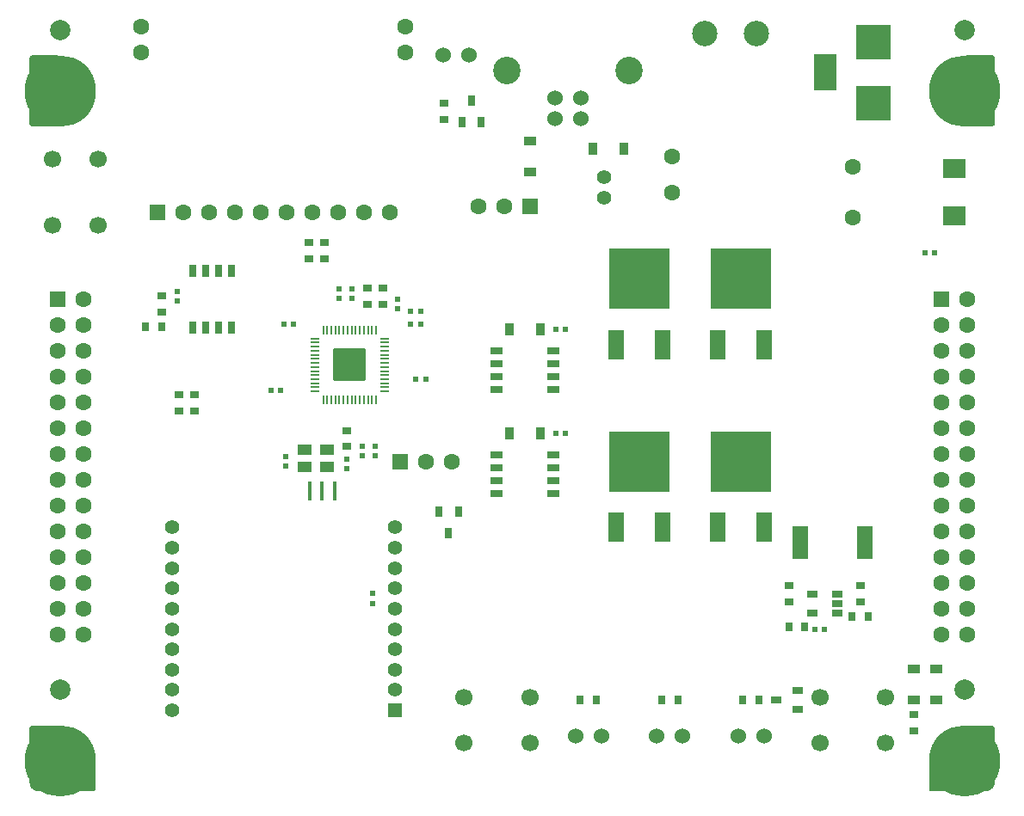
<source format=gts>
G04 #@! TF.GenerationSoftware,KiCad,Pcbnew,(6.0.7)*
G04 #@! TF.CreationDate,2022-09-01T11:58:41+09:00*
G04 #@! TF.ProjectId,RP2040CommandStation,52503230-3430-4436-9f6d-6d616e645374,rev?*
G04 #@! TF.SameCoordinates,PX6cb8080PY8d24d00*
G04 #@! TF.FileFunction,Soldermask,Top*
G04 #@! TF.FilePolarity,Negative*
%FSLAX46Y46*%
G04 Gerber Fmt 4.6, Leading zero omitted, Abs format (unit mm)*
G04 Created by KiCad (PCBNEW (6.0.7)) date 2022-09-01 11:58:41*
%MOMM*%
%LPD*%
G01*
G04 APERTURE LIST*
G04 Aperture macros list*
%AMRoundRect*
0 Rectangle with rounded corners*
0 $1 Rounding radius*
0 $2 $3 $4 $5 $6 $7 $8 $9 X,Y pos of 4 corners*
0 Add a 4 corners polygon primitive as box body*
4,1,4,$2,$3,$4,$5,$6,$7,$8,$9,$2,$3,0*
0 Add four circle primitives for the rounded corners*
1,1,$1+$1,$2,$3*
1,1,$1+$1,$4,$5*
1,1,$1+$1,$6,$7*
1,1,$1+$1,$8,$9*
0 Add four rect primitives between the rounded corners*
20,1,$1+$1,$2,$3,$4,$5,0*
20,1,$1+$1,$4,$5,$6,$7,0*
20,1,$1+$1,$6,$7,$8,$9,0*
20,1,$1+$1,$8,$9,$2,$3,0*%
G04 Aperture macros list end*
%ADD10C,1.600000*%
%ADD11R,0.550000X0.500000*%
%ADD12C,1.400000*%
%ADD13R,1.600000X1.600000*%
%ADD14R,2.200000X1.850000*%
%ADD15R,1.200000X0.850000*%
%ADD16C,1.524000*%
%ADD17C,7.000000*%
%ADD18R,3.500120X3.500120*%
%ADD19R,2.200000X3.600000*%
%ADD20C,2.500000*%
%ADD21C,2.700000*%
%ADD22R,1.000000X0.800000*%
%ADD23R,0.800000X1.000000*%
%ADD24R,1.500000X3.200000*%
%ADD25R,0.700000X0.900000*%
%ADD26R,0.900000X0.700000*%
%ADD27C,1.700000*%
%ADD28R,1.400000X1.400000*%
%ADD29R,1.000000X0.700000*%
%ADD30R,1.400000X1.100000*%
%ADD31R,0.800000X1.300000*%
%ADD32R,0.500000X0.550000*%
%ADD33RoundRect,0.050000X-0.387500X-0.050000X0.387500X-0.050000X0.387500X0.050000X-0.387500X0.050000X0*%
%ADD34RoundRect,0.050000X-0.050000X-0.387500X0.050000X-0.387500X0.050000X0.387500X-0.050000X0.387500X0*%
%ADD35RoundRect,0.144000X-1.456000X-1.456000X1.456000X-1.456000X1.456000X1.456000X-1.456000X1.456000X0*%
%ADD36R,0.850000X1.200000*%
%ADD37R,0.400000X1.900000*%
%ADD38C,2.000000*%
%ADD39R,1.600000X3.000000*%
%ADD40R,6.000000X6.000000*%
%ADD41R,1.300000X0.800000*%
G04 APERTURE END LIST*
D10*
X81000000Y61500000D03*
X81000000Y56500000D03*
D11*
X89075000Y53000000D03*
X88125000Y53000000D03*
D12*
X56500000Y58500000D03*
X56500000Y60500000D03*
D11*
X77275000Y16000000D03*
X78225000Y16000000D03*
D13*
X12570000Y57000000D03*
D10*
X15110000Y57000000D03*
X17650000Y57000000D03*
X20190000Y57000000D03*
X22730000Y57000000D03*
X25270000Y57000000D03*
X27810000Y57000000D03*
X30350000Y57000000D03*
X32890000Y57000000D03*
X35430000Y57000000D03*
X37000000Y72730000D03*
X37000000Y75270000D03*
X11000000Y75270000D03*
X11000000Y72730000D03*
D14*
X91000000Y56675000D03*
X91000000Y61325000D03*
D15*
X89250000Y8975000D03*
X89250000Y12025000D03*
X87000000Y8975000D03*
X87000000Y12025000D03*
D16*
X64270000Y5500000D03*
X61730000Y5500000D03*
X43270000Y72500000D03*
X40730000Y72500000D03*
D17*
X92000000Y69000000D03*
X92000000Y3000000D03*
X3000000Y69000000D03*
X3000000Y3000000D03*
D18*
X83000000Y67799860D03*
X83000000Y73799340D03*
D19*
X78301000Y70799600D03*
D20*
X71540000Y74600000D03*
X66460000Y74600000D03*
D16*
X51750000Y66290000D03*
X54250000Y66290000D03*
X54250000Y68290000D03*
X51750000Y68290000D03*
D21*
X46980000Y71000000D03*
X59020000Y71000000D03*
D13*
X2730000Y48510000D03*
D10*
X5270000Y48510000D03*
X2730000Y45970000D03*
X5270000Y45970000D03*
X2730000Y43430000D03*
X5270000Y43430000D03*
X2730000Y40890000D03*
X5270000Y40890000D03*
X2730000Y38350000D03*
X5270000Y38350000D03*
X2730000Y35810000D03*
X5270000Y35810000D03*
X2730000Y33270000D03*
X5270000Y33270000D03*
X2730000Y30730000D03*
X5270000Y30730000D03*
X2730000Y28190000D03*
X5270000Y28190000D03*
X2730000Y25650000D03*
X5270000Y25650000D03*
X2730000Y23110000D03*
X5270000Y23110000D03*
X2730000Y20570000D03*
X5270000Y20570000D03*
X2730000Y18030000D03*
X5270000Y18030000D03*
X2730000Y15490000D03*
X5270000Y15490000D03*
D13*
X89730000Y48510000D03*
D10*
X92270000Y48510000D03*
X89730000Y45970000D03*
X92270000Y45970000D03*
X89730000Y43430000D03*
X92270000Y43430000D03*
X89730000Y40890000D03*
X92270000Y40890000D03*
X89730000Y38350000D03*
X92270000Y38350000D03*
X89730000Y35810000D03*
X92270000Y35810000D03*
X89730000Y33270000D03*
X92270000Y33270000D03*
X89730000Y30730000D03*
X92270000Y30730000D03*
X89730000Y28190000D03*
X92270000Y28190000D03*
X89730000Y25650000D03*
X92270000Y25650000D03*
X89730000Y23110000D03*
X92270000Y23110000D03*
X89730000Y20570000D03*
X92270000Y20570000D03*
X89730000Y18030000D03*
X92270000Y18030000D03*
X89730000Y15490000D03*
X92270000Y15490000D03*
D22*
X75550000Y8050000D03*
X75550000Y9950000D03*
X73450000Y9000000D03*
D23*
X42200000Y27550000D03*
X40300000Y27550000D03*
X41250000Y25450000D03*
X42550000Y65950000D03*
X44450000Y65950000D03*
X43500000Y68050000D03*
D24*
X75800000Y24500000D03*
X82200000Y24500000D03*
D25*
X74700000Y16250000D03*
X76300000Y16250000D03*
X80950000Y17250000D03*
X82550000Y17250000D03*
D26*
X27500000Y54050000D03*
X27500000Y52450000D03*
X29000000Y52450000D03*
X29000000Y54050000D03*
X14750000Y39050000D03*
X14750000Y37450000D03*
X16250000Y39050000D03*
X16250000Y37450000D03*
D25*
X63800000Y9000000D03*
X62200000Y9000000D03*
X71800000Y9000000D03*
X70200000Y9000000D03*
D26*
X87000000Y7550000D03*
X87000000Y5950000D03*
X40750000Y66200000D03*
X40750000Y67800000D03*
D27*
X2250000Y55750000D03*
X2250000Y62250000D03*
X6750000Y55750000D03*
X6750000Y62250000D03*
X84250000Y4750000D03*
X77750000Y4750000D03*
X84250000Y9250000D03*
X77750000Y9250000D03*
D28*
X36000000Y8000000D03*
D12*
X36000000Y10000000D03*
X36000000Y12000000D03*
X36000000Y14000000D03*
X36000000Y16000000D03*
X36000000Y18000000D03*
X36000000Y20000000D03*
X36000000Y22000000D03*
X36000000Y24000000D03*
X36000000Y26000000D03*
X14000000Y26000000D03*
X14000000Y24000000D03*
X14000000Y22000000D03*
X14000000Y20000000D03*
X14000000Y18000000D03*
X14000000Y16000000D03*
X14000000Y14000000D03*
X14000000Y12000000D03*
X14000000Y10000000D03*
X14000000Y8000000D03*
D29*
X79450000Y17550000D03*
X79450000Y18500000D03*
X79450000Y19450000D03*
X77050000Y19450000D03*
X77050000Y17550000D03*
D26*
X81750000Y20300000D03*
X81750000Y18700000D03*
D27*
X49250000Y4750000D03*
X42750000Y4750000D03*
X49250000Y9250000D03*
X42750000Y9250000D03*
D13*
X49290000Y57625000D03*
D10*
X46750000Y57625000D03*
X44210000Y57625000D03*
D26*
X31250000Y35550000D03*
X31250000Y33950000D03*
X34750000Y49550000D03*
X34750000Y47950000D03*
X33250000Y49550000D03*
X33250000Y47950000D03*
D25*
X13050000Y45750000D03*
X11450000Y45750000D03*
D26*
X13000000Y48800000D03*
X13000000Y47200000D03*
D30*
X27100000Y31950000D03*
X29300000Y31950000D03*
X29300000Y33650000D03*
X27100000Y33650000D03*
D13*
X36460000Y32500000D03*
D10*
X39000000Y32500000D03*
X41540000Y32500000D03*
D31*
X16095000Y45700000D03*
X17365000Y45700000D03*
X18635000Y45700000D03*
X19905000Y45700000D03*
X19905000Y51300000D03*
X18635000Y51300000D03*
X17365000Y51300000D03*
X16095000Y51300000D03*
D32*
X14500000Y49225000D03*
X14500000Y48275000D03*
D33*
X28062500Y44600000D03*
X28062500Y44200000D03*
X28062500Y43800000D03*
X28062500Y43400000D03*
X28062500Y43000000D03*
X28062500Y42600000D03*
X28062500Y42200000D03*
X28062500Y41800000D03*
X28062500Y41400000D03*
X28062500Y41000000D03*
X28062500Y40600000D03*
X28062500Y40200000D03*
X28062500Y39800000D03*
X28062500Y39400000D03*
D34*
X28900000Y38562500D03*
X29300000Y38562500D03*
X29700000Y38562500D03*
X30100000Y38562500D03*
X30500000Y38562500D03*
X30900000Y38562500D03*
X31300000Y38562500D03*
X31700000Y38562500D03*
X32100000Y38562500D03*
X32500000Y38562500D03*
X32900000Y38562500D03*
X33300000Y38562500D03*
X33700000Y38562500D03*
X34100000Y38562500D03*
D33*
X34937500Y39400000D03*
X34937500Y39800000D03*
X34937500Y40200000D03*
X34937500Y40600000D03*
X34937500Y41000000D03*
X34937500Y41400000D03*
X34937500Y41800000D03*
X34937500Y42200000D03*
X34937500Y42600000D03*
X34937500Y43000000D03*
X34937500Y43400000D03*
X34937500Y43800000D03*
X34937500Y44200000D03*
X34937500Y44600000D03*
D34*
X34100000Y45437500D03*
X33700000Y45437500D03*
X33300000Y45437500D03*
X32900000Y45437500D03*
X32500000Y45437500D03*
X32100000Y45437500D03*
X31700000Y45437500D03*
X31300000Y45437500D03*
X30900000Y45437500D03*
X30500000Y45437500D03*
X30100000Y45437500D03*
X29700000Y45437500D03*
X29300000Y45437500D03*
X28900000Y45437500D03*
D35*
X31500000Y42000000D03*
D11*
X38025000Y40600000D03*
X38975000Y40600000D03*
D32*
X30500000Y48525000D03*
X30500000Y49475000D03*
D11*
X24725000Y39500000D03*
X23775000Y39500000D03*
D32*
X31750000Y48525000D03*
X31750000Y49475000D03*
D11*
X25975000Y46000000D03*
X25025000Y46000000D03*
D32*
X33750000Y18525000D03*
X33750000Y19475000D03*
X36250000Y47525000D03*
X36250000Y48475000D03*
D11*
X37525000Y47250000D03*
X38475000Y47250000D03*
D32*
X34000000Y33975000D03*
X34000000Y33025000D03*
X31250000Y32725000D03*
X31250000Y31775000D03*
X25250000Y32025000D03*
X25250000Y32975000D03*
X32750000Y33975000D03*
X32750000Y33025000D03*
D11*
X37525000Y46000000D03*
X38475000Y46000000D03*
D26*
X74750000Y20300000D03*
X74750000Y18700000D03*
D36*
X55475000Y63250000D03*
X58525000Y63250000D03*
D10*
X63250000Y62500000D03*
X63250000Y59000000D03*
D16*
X72270000Y5500000D03*
X69730000Y5500000D03*
X56270000Y5500000D03*
X53730000Y5500000D03*
D25*
X55800000Y9000000D03*
X54200000Y9000000D03*
D15*
X49250000Y60975000D03*
X49250000Y64025000D03*
D37*
X27600000Y29600000D03*
X28800000Y29600000D03*
X30000000Y29600000D03*
D38*
X92000000Y75000000D03*
X3000000Y75000000D03*
X92000000Y10000000D03*
X3000000Y10000000D03*
D36*
X50275000Y35250000D03*
X47225000Y35250000D03*
D39*
X57700000Y44000000D03*
D40*
X60000000Y50500000D03*
D39*
X62300000Y44000000D03*
D11*
X51775000Y35250000D03*
X52725000Y35250000D03*
D39*
X67700000Y26000000D03*
D40*
X70000000Y32500000D03*
D39*
X72300000Y26000000D03*
X57700000Y26000000D03*
D40*
X60000000Y32500000D03*
D39*
X62300000Y26000000D03*
D36*
X50275000Y45500000D03*
X47225000Y45500000D03*
D41*
X45950000Y43405000D03*
X45950000Y42135000D03*
X45950000Y40865000D03*
X45950000Y39595000D03*
X51550000Y39595000D03*
X51550000Y40865000D03*
X51550000Y42135000D03*
X51550000Y43405000D03*
X45950000Y33155000D03*
X45950000Y31885000D03*
X45950000Y30615000D03*
X45950000Y29345000D03*
X51550000Y29345000D03*
X51550000Y30615000D03*
X51550000Y31885000D03*
X51550000Y33155000D03*
D39*
X67700000Y44000000D03*
D40*
X70000000Y50500000D03*
D39*
X72300000Y44000000D03*
D11*
X52725000Y45500000D03*
X51775000Y45500000D03*
G36*
X2711980Y72497617D02*
G01*
X2790613Y72481976D01*
X2835313Y72463461D01*
X2891624Y72425835D01*
X2925835Y72391624D01*
X2963461Y72335313D01*
X2981976Y72290613D01*
X2997617Y72211980D01*
X3000000Y72187789D01*
X3000000Y65812211D01*
X2997617Y65788020D01*
X2981976Y65709387D01*
X2963461Y65664687D01*
X2925835Y65608376D01*
X2891624Y65574165D01*
X2835313Y65536539D01*
X2790613Y65518024D01*
X2711980Y65502383D01*
X2687789Y65500000D01*
X312211Y65500000D01*
X288020Y65502383D01*
X209387Y65518024D01*
X164687Y65536539D01*
X108376Y65574165D01*
X74165Y65608376D01*
X36539Y65664687D01*
X18024Y65709387D01*
X2383Y65788020D01*
X0Y65812211D01*
X0Y72187789D01*
X2383Y72211980D01*
X18024Y72290613D01*
X36539Y72335313D01*
X74165Y72391624D01*
X108376Y72425835D01*
X164687Y72463461D01*
X209387Y72481976D01*
X288020Y72497617D01*
X312211Y72500000D01*
X2687789Y72500000D01*
X2711980Y72497617D01*
G37*
G36*
X94711980Y72497617D02*
G01*
X94790613Y72481976D01*
X94835313Y72463461D01*
X94891624Y72425835D01*
X94925835Y72391624D01*
X94963461Y72335313D01*
X94981976Y72290613D01*
X94997617Y72211980D01*
X95000000Y72187789D01*
X95000000Y65812211D01*
X94997617Y65788020D01*
X94981976Y65709387D01*
X94963461Y65664687D01*
X94925835Y65608376D01*
X94891624Y65574165D01*
X94835313Y65536539D01*
X94790613Y65518024D01*
X94711980Y65502383D01*
X94687789Y65500000D01*
X92312211Y65500000D01*
X92288020Y65502383D01*
X92209387Y65518024D01*
X92164687Y65536539D01*
X92108376Y65574165D01*
X92074165Y65608376D01*
X92036539Y65664687D01*
X92018024Y65709387D01*
X92002383Y65788020D01*
X92000000Y65812211D01*
X92000000Y72187789D01*
X92002383Y72211980D01*
X92018024Y72290613D01*
X92036539Y72335313D01*
X92074165Y72391624D01*
X92108376Y72425835D01*
X92164687Y72463461D01*
X92209387Y72481976D01*
X92288020Y72497617D01*
X92312211Y72500000D01*
X94687789Y72500000D01*
X94711980Y72497617D01*
G37*
G36*
X94711980Y6497617D02*
G01*
X94790613Y6481976D01*
X94835313Y6463461D01*
X94891624Y6425835D01*
X94925835Y6391624D01*
X94963461Y6335313D01*
X94981976Y6290613D01*
X94997617Y6211980D01*
X95000000Y6187789D01*
X95000000Y1016269D01*
X94999963Y1013231D01*
X94999714Y1003071D01*
X94999415Y996981D01*
X94998666Y986834D01*
X94998405Y983808D01*
X94983980Y837349D01*
X94983234Y831306D01*
X94980253Y811213D01*
X94977880Y799281D01*
X94972949Y779595D01*
X94971326Y773729D01*
X94933339Y648501D01*
X94931431Y642727D01*
X94924594Y623616D01*
X94919934Y612365D01*
X94911252Y594010D01*
X94908518Y588577D01*
X94846824Y473154D01*
X94843823Y467857D01*
X94833399Y450466D01*
X94826638Y440349D01*
X94814540Y424037D01*
X94810797Y419240D01*
X94727782Y318085D01*
X94723806Y313476D01*
X94710172Y298433D01*
X94701567Y289828D01*
X94686524Y276194D01*
X94681915Y272218D01*
X94580760Y189203D01*
X94575963Y185460D01*
X94559651Y173362D01*
X94549534Y166601D01*
X94532143Y156177D01*
X94526846Y153176D01*
X94411423Y91482D01*
X94405990Y88748D01*
X94387635Y80066D01*
X94376384Y75406D01*
X94357273Y68569D01*
X94351499Y66661D01*
X94226271Y28674D01*
X94220405Y27051D01*
X94200719Y22120D01*
X94188787Y19747D01*
X94168694Y16766D01*
X94162651Y16020D01*
X94016192Y1595D01*
X94013166Y1334D01*
X94003019Y585D01*
X93996929Y286D01*
X93986769Y37D01*
X93983731Y0D01*
X88812211Y0D01*
X88788020Y2383D01*
X88709387Y18024D01*
X88664687Y36539D01*
X88608376Y74165D01*
X88574165Y108376D01*
X88536539Y164687D01*
X88518024Y209387D01*
X88502383Y288020D01*
X88500000Y312211D01*
X88500000Y2687789D01*
X88502383Y2711980D01*
X88518024Y2790613D01*
X88536539Y2835313D01*
X88574165Y2891624D01*
X88608376Y2925835D01*
X88664687Y2963461D01*
X88709387Y2981976D01*
X88788020Y2997617D01*
X88812211Y3000000D01*
X91693904Y3000000D01*
X91705980Y3001190D01*
X91802827Y3020453D01*
X91824959Y3029621D01*
X91901979Y3081084D01*
X91918916Y3098021D01*
X91970379Y3175041D01*
X91979547Y3197173D01*
X91998810Y3294020D01*
X92000000Y3306096D01*
X92000000Y6187789D01*
X92002383Y6211980D01*
X92018024Y6290613D01*
X92036539Y6335313D01*
X92074165Y6391624D01*
X92108376Y6425835D01*
X92164687Y6463461D01*
X92209387Y6481976D01*
X92288020Y6497617D01*
X92312211Y6500000D01*
X94687789Y6500000D01*
X94711980Y6497617D01*
G37*
G36*
X2887716Y6497617D02*
G01*
X2966349Y6481976D01*
X3011049Y6463461D01*
X3077715Y6418916D01*
X3096505Y6403495D01*
X6403495Y3096505D01*
X6418916Y3077715D01*
X6463461Y3011049D01*
X6481976Y2966349D01*
X6497617Y2887716D01*
X6500000Y2863525D01*
X6500000Y312211D01*
X6497617Y288020D01*
X6481976Y209387D01*
X6463461Y164687D01*
X6425835Y108376D01*
X6391624Y74165D01*
X6335313Y36539D01*
X6290613Y18024D01*
X6211980Y2383D01*
X6187789Y0D01*
X1016269Y0D01*
X1013231Y37D01*
X1003071Y286D01*
X996981Y585D01*
X986834Y1334D01*
X983808Y1595D01*
X837349Y16020D01*
X831306Y16766D01*
X811213Y19747D01*
X799281Y22120D01*
X779595Y27051D01*
X773729Y28674D01*
X648501Y66661D01*
X642727Y68569D01*
X623616Y75406D01*
X612365Y80066D01*
X594010Y88748D01*
X588577Y91482D01*
X473154Y153176D01*
X467857Y156177D01*
X450466Y166601D01*
X440349Y173362D01*
X424037Y185460D01*
X419240Y189203D01*
X318085Y272218D01*
X313476Y276194D01*
X298433Y289828D01*
X289828Y298433D01*
X276194Y313476D01*
X272218Y318085D01*
X189203Y419240D01*
X185460Y424037D01*
X173362Y440349D01*
X166601Y450466D01*
X156177Y467857D01*
X153176Y473154D01*
X91482Y588577D01*
X88748Y594010D01*
X80066Y612365D01*
X75406Y623616D01*
X68569Y642727D01*
X66661Y648501D01*
X28674Y773729D01*
X27051Y779595D01*
X22120Y799281D01*
X19747Y811213D01*
X16766Y831306D01*
X16020Y837349D01*
X1595Y983808D01*
X1334Y986834D01*
X585Y996981D01*
X286Y1003071D01*
X37Y1013231D01*
X0Y1016269D01*
X0Y6187789D01*
X2383Y6211980D01*
X18024Y6290613D01*
X36539Y6335313D01*
X74165Y6391624D01*
X108376Y6425835D01*
X164687Y6463461D01*
X209387Y6481976D01*
X288020Y6497617D01*
X312211Y6500000D01*
X2863525Y6500000D01*
X2887716Y6497617D01*
G37*
M02*

</source>
